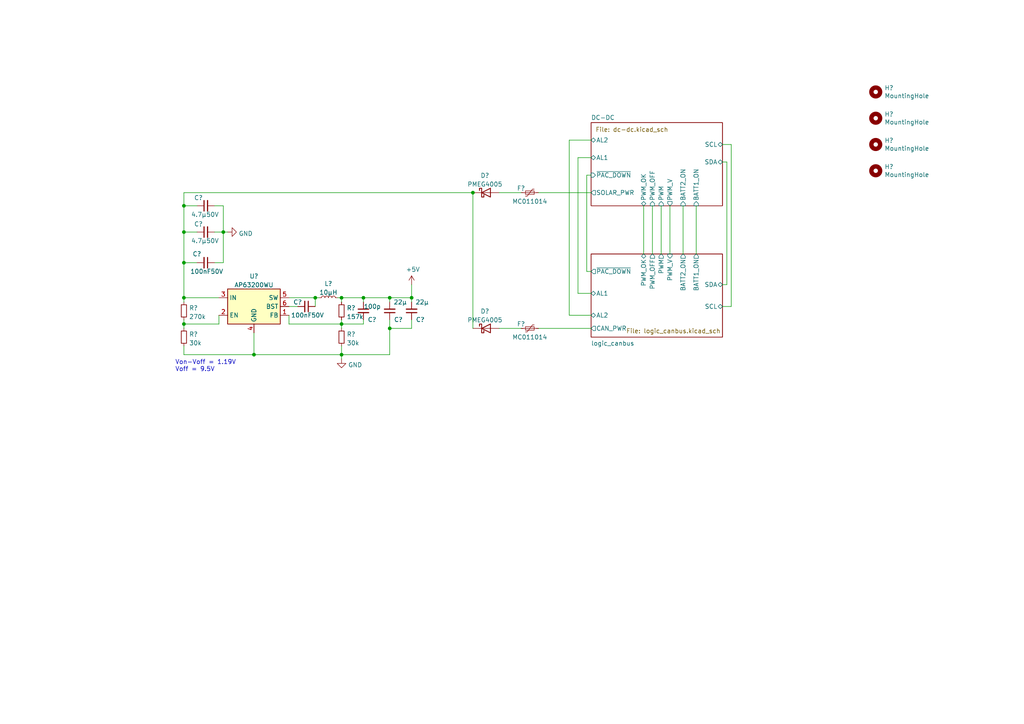
<source format=kicad_sch>
(kicad_sch (version 20211123) (generator eeschema)
  (paper "A4")
  (lib_symbols
    (symbol "Device:C_Small" (pin_numbers hide) (pin_names (offset 0.254) hide)
      (property "Reference" "C" (at 0.254 1.778 0))
      (property "Value" "C_Small" (at 0.254 -2.032 0))
      (symbol "C_Small_0_1"
        (polyline (pts (xy -1.524 -0.508) (xy 1.524 -0.508)) (stroke (width 0.3302)))
        (polyline (pts (xy -1.524 0.508) (xy 1.524 0.508)) (stroke (width 0.3048)))
      )
      (symbol "C_Small_1_1"
        (pin passive line (at 0 2.54 270) (length 2.032) (name "~") (number "1"))
        (pin passive line (at 0 -2.54 90) (length 2.032) (name "~") (number "2"))
      )
    )
    (symbol "Device:D_Schottky" (pin_numbers hide) (pin_names (offset 1.016) hide)
      (property "Reference" "D" (at 0 2.54 0))
      (property "Value" "D_Schottky" (at 0 -2.54 0))
      (symbol "D_Schottky_0_1"
        (polyline (pts (xy 1.27 0) (xy -1.27 0)))
        (polyline (pts (xy 1.27 1.27) (xy 1.27 -1.27) (xy -1.27 0) (xy 1.27 1.27)) (stroke (width 0.254)))
        (polyline (pts (xy -1.905 0.635) (xy -1.905 1.27) (xy -1.27 1.27) (xy -1.27 -1.27) (xy -0.635 -1.27) (xy -0.635 -0.635)) (stroke (width 0.254)))
      )
      (symbol "D_Schottky_1_1"
        (pin passive line (at -3.81 0 0) (length 2.54) (name "K") (number "1"))
        (pin passive line (at 3.81 0 180) (length 2.54) (name "A") (number "2"))
      )
    )
    (symbol "Device:L_Small" (pin_numbers hide) (pin_names (offset 0.254) hide)
      (property "Reference" "L" (at 0.762 1.016 0))
      (property "Value" "L_Small" (at 0.762 -1.016 0))
      (symbol "L_Small_0_1"
        (arc (start 0 -2.032) (mid 0.508 -1.524) (end 0 -1.016))
        (arc (start 0 -1.016) (mid 0.508 -0.508) (end 0 0))
        (arc (start 0 0) (mid 0.508 0.508) (end 0 1.016))
        (arc (start 0 1.016) (mid 0.508 1.524) (end 0 2.032))
      )
      (symbol "L_Small_1_1"
        (pin passive line (at 0 2.54 270) (length 0.508) (name "~") (number "1"))
        (pin passive line (at 0 -2.54 90) (length 0.508) (name "~") (number "2"))
      )
    )
    (symbol "Device:Polyfuse_Small" (pin_numbers hide) (pin_names (offset 0))
      (property "Reference" "F" (at -1.905 0 90))
      (property "Value" "Polyfuse_Small" (at 1.905 0 90))
      (symbol "Polyfuse_Small_0_1"
        (rectangle (start -0.508 1.27) (end 0.508 -1.27))
        (polyline (pts (xy 0 2.54) (xy 0 -2.54)))
        (polyline (pts (xy -1.016 1.27) (xy -1.016 0.762) (xy 1.016 -0.762) (xy 1.016 -1.27)))
      )
      (symbol "Polyfuse_Small_1_1"
        (pin passive line (at 0 2.54 270) (length 0.635) (name "~") (number "1"))
        (pin passive line (at 0 -2.54 90) (length 0.635) (name "~") (number "2"))
      )
    )
    (symbol "Device:R_Small" (pin_numbers hide) (pin_names (offset 0.254) hide)
      (property "Reference" "R" (at 0.762 0.508 0))
      (property "Value" "R_Small" (at 0.762 -1.016 0))
      (symbol "R_Small_0_1"
        (rectangle (start -0.762 1.778) (end 0.762 -1.778) (stroke (width 0.2032)))
      )
      (symbol "R_Small_1_1"
        (pin passive line (at 0 2.54 270) (length 0.762) (name "~") (number "1"))
        (pin passive line (at 0 -2.54 90) (length 0.762) (name "~") (number "2"))
      )
    )
    (symbol "Mechanical:MountingHole" (pin_names (offset 1.016))
      (property "Reference" "H" (at 0 5.08 0))
      (property "Value" "MountingHole" (at 0 3.175 0))
      (symbol "MountingHole_0_1"
        (circle (center 0 0) (radius 1.27) (stroke (width 1.27)))
      )
    )
    (symbol "Regulator_Switching:AP63200WU"
      (property "Reference" "U" (at -7.62 6.35 0))
      (property "Value" "AP63200WU" (at 2.54 6.35 0))
      (symbol "AP63200WU_0_1"
        (rectangle (start -7.62 5.08) (end 7.62 -5.08) (stroke (width 0.254)) (fill (type background)))
      )
      (symbol "AP63200WU_1_1"
        (pin input line (at 10.16 -2.54 180) (length 2.54) (name "FB") (number "1"))
        (pin input line (at -10.16 -2.54 0) (length 2.54) (name "EN") (number "2"))
        (pin power_in line (at -10.16 2.54 0) (length 2.54) (name "IN") (number "3"))
        (pin power_in line (at 0 -7.62 90) (length 2.54) (name "GND") (number "4"))
        (pin output line (at 10.16 2.54 180) (length 2.54) (name "SW") (number "5"))
        (pin passive line (at 10.16 0 180) (length 2.54) (name "BST") (number "6"))
      )
    )
    (symbol "power:+5V" (power) (pin_names (offset 0))
      (property "Value" "+5V" (at 0 3.556 0))
      (symbol "+5V_0_1"
        (polyline (pts (xy -0.762 1.27) (xy 0 2.54)))
        (polyline (pts (xy 0 0) (xy 0 2.54)))
        (polyline (pts (xy 0 2.54) (xy 0.762 1.27)))
      )
      (symbol "+5V_1_1"
        (pin power_in line (at 0 0 90) (length 0) hide (name "+5V") (number "1"))
      )
    )
    (symbol "power:GND" (power) (pin_names (offset 0))
      (property "Value" "GND" (at 0 -3.81 0))
      (symbol "GND_0_1"
        (polyline (pts (xy 0 0) (xy 0 -1.27) (xy 1.27 -1.27) (xy 0 -2.54) (xy -1.27 -1.27) (xy 0 -1.27)))
      )
      (symbol "GND_1_1"
        (pin power_in line (at 0 0 270) (length 0) hide (name "GND") (number "1"))
      )
    )
  )
  (junction (at 99.06 93.98))
  (junction (at 137.16 55.88))
  (junction (at 91.44 86.36))
  (junction (at 105.41 86.36))
  (junction (at 113.03 86.36))
  (junction (at 119.38 86.36))
  (junction (at 99.06 102.87))
  (junction (at 53.34 76.2))
  (junction (at 53.34 67.31))
  (junction (at 53.34 86.36))
  (junction (at 53.34 59.69))
  (junction (at 64.77 67.31))
  (junction (at 53.34 93.98))
  (junction (at 99.06 86.36))
  (junction (at 73.66 102.87))
  (junction (at 113.03 95.25))
  (wire (pts (xy 105.41 93.98) (xy 99.06 93.98)))
  (wire (pts (xy 64.77 67.31) (xy 64.77 76.2)))
  (wire (pts (xy 97.79 86.36) (xy 99.06 86.36)))
  (wire (pts (xy 64.77 67.31) (xy 66.04 67.31)))
  (wire (pts (xy 99.06 93.98) (xy 99.06 95.25)))
  (wire (pts (xy 170.18 78.74) (xy 171.45 78.74)))
  (wire (pts (xy 137.16 55.88) (xy 137.16 95.25)))
  (wire (pts (xy 99.06 93.98) (xy 99.06 92.71)))
  (wire (pts (xy 167.64 85.09) (xy 171.45 85.09)))
  (wire (pts (xy 201.93 59.69) (xy 201.93 73.66)))
  (wire (pts (xy 91.44 86.36) (xy 92.71 86.36)))
  (wire (pts (xy 62.23 59.69) (xy 64.77 59.69)))
  (wire (pts (xy 189.23 59.69) (xy 189.23 73.66)))
  (wire (pts (xy 63.5 93.98) (xy 53.34 93.98)))
  (wire (pts (xy 156.21 95.25) (xy 171.45 95.25)))
  (wire (pts (xy 83.82 93.98) (xy 99.06 93.98)))
  (wire (pts (xy 113.03 92.71) (xy 113.03 95.25)))
  (wire (pts (xy 99.06 102.87) (xy 73.66 102.87)))
  (wire (pts (xy 99.06 86.36) (xy 99.06 87.63)))
  (wire (pts (xy 144.78 95.25) (xy 151.13 95.25)))
  (wire (pts (xy 63.5 91.44) (xy 63.5 93.98)))
  (wire (pts (xy 53.34 102.87) (xy 73.66 102.87)))
  (wire (pts (xy 119.38 82.55) (xy 119.38 86.36)))
  (wire (pts (xy 113.03 95.25) (xy 113.03 102.87)))
  (wire (pts (xy 165.1 91.44) (xy 171.45 91.44)))
  (wire (pts (xy 170.18 50.8) (xy 171.45 50.8)))
  (wire (pts (xy 73.66 96.52) (xy 73.66 102.87)))
  (wire (pts (xy 113.03 86.36) (xy 119.38 86.36)))
  (wire (pts (xy 53.34 59.69) (xy 53.34 67.31)))
  (wire (pts (xy 191.77 59.69) (xy 191.77 73.66)))
  (wire (pts (xy 186.69 59.69) (xy 186.69 73.66)))
  (wire (pts (xy 119.38 86.36) (xy 119.38 87.63)))
  (wire (pts (xy 99.06 86.36) (xy 105.41 86.36)))
  (wire (pts (xy 53.34 86.36) (xy 53.34 87.63)))
  (wire (pts (xy 53.34 67.31) (xy 53.34 76.2)))
  (wire (pts (xy 53.34 76.2) (xy 57.15 76.2)))
  (wire (pts (xy 99.06 102.87) (xy 99.06 100.33)))
  (wire (pts (xy 137.16 55.88) (xy 53.34 55.88)))
  (wire (pts (xy 83.82 88.9) (xy 86.36 88.9)))
  (wire (pts (xy 194.31 59.69) (xy 194.31 73.66)))
  (wire (pts (xy 165.1 40.64) (xy 165.1 91.44)))
  (wire (pts (xy 210.82 46.99) (xy 209.55 46.99)))
  (wire (pts (xy 53.34 100.33) (xy 53.34 102.87)))
  (wire (pts (xy 113.03 102.87) (xy 99.06 102.87)))
  (wire (pts (xy 105.41 92.71) (xy 105.41 93.98)))
  (wire (pts (xy 53.34 92.71) (xy 53.34 93.98)))
  (wire (pts (xy 113.03 95.25) (xy 119.38 95.25)))
  (wire (pts (xy 113.03 86.36) (xy 113.03 87.63)))
  (wire (pts (xy 119.38 95.25) (xy 119.38 92.71)))
  (wire (pts (xy 91.44 86.36) (xy 91.44 88.9)))
  (wire (pts (xy 53.34 76.2) (xy 53.34 86.36)))
  (wire (pts (xy 105.41 86.36) (xy 113.03 86.36)))
  (wire (pts (xy 53.34 59.69) (xy 57.15 59.69)))
  (wire (pts (xy 167.64 45.72) (xy 167.64 85.09)))
  (wire (pts (xy 170.18 78.74) (xy 170.18 50.8)))
  (wire (pts (xy 83.82 91.44) (xy 83.82 93.98)))
  (wire (pts (xy 53.34 93.98) (xy 53.34 95.25)))
  (wire (pts (xy 83.82 86.36) (xy 91.44 86.36)))
  (wire (pts (xy 105.41 86.36) (xy 105.41 87.63)))
  (wire (pts (xy 212.09 88.9) (xy 209.55 88.9)))
  (wire (pts (xy 64.77 76.2) (xy 62.23 76.2)))
  (wire (pts (xy 53.34 67.31) (xy 57.15 67.31)))
  (wire (pts (xy 198.12 59.69) (xy 198.12 73.66)))
  (wire (pts (xy 53.34 86.36) (xy 63.5 86.36)))
  (wire (pts (xy 171.45 40.64) (xy 165.1 40.64)))
  (wire (pts (xy 171.45 45.72) (xy 167.64 45.72)))
  (wire (pts (xy 99.06 102.87) (xy 99.06 104.14)))
  (wire (pts (xy 62.23 67.31) (xy 64.77 67.31)))
  (wire (pts (xy 212.09 41.91) (xy 212.09 88.9)))
  (wire (pts (xy 144.78 55.88) (xy 151.13 55.88)))
  (wire (pts (xy 64.77 59.69) (xy 64.77 67.31)))
  (wire (pts (xy 209.55 41.91) (xy 212.09 41.91)))
  (wire (pts (xy 53.34 55.88) (xy 53.34 59.69)))
  (wire (pts (xy 156.21 55.88) (xy 171.45 55.88)))
  (wire (pts (xy 209.55 82.55) (xy 210.82 82.55)))
  (wire (pts (xy 210.82 82.55) (xy 210.82 46.99)))
  (text "Von-Voff = 1.19V\nVoff = 9.5V" (at 50.8 107.95 0) (effects (font (size 1.27 1.27)) (justify left bottom)))
  (symbol (lib_id "Mechanical:MountingHole") (at 254 26.67 0) (unit 1)
    (property "Reference" "H?" (at 256.54 25.5016 0) (effects (justify left)))
    (property "Value" "MountingHole" (at 256.54 27.813 0) (effects (justify left)))
    (property "Footprint" "MountingHole:MountingHole_3.2mm_M3_DIN965" (effects hide))
  )
  (symbol (lib_id "Mechanical:MountingHole") (at 254 34.29 0) (unit 1)
    (property "Reference" "H?" (at 256.54 33.1216 0) (effects (justify left)))
    (property "Value" "MountingHole" (at 256.54 35.433 0) (effects (justify left)))
    (property "Footprint" "MountingHole:MountingHole_3.2mm_M3_DIN965" (effects hide))
  )
  (symbol (lib_id "Mechanical:MountingHole") (at 254 41.91 0) (unit 1)
    (property "Reference" "H?" (at 256.54 40.7416 0) (effects (justify left)))
    (property "Value" "MountingHole" (at 256.54 43.053 0) (effects (justify left)))
    (property "Footprint" "MountingHole:MountingHole_3.2mm_M3_DIN965" (effects hide))
  )
  (symbol (lib_id "Mechanical:MountingHole") (at 254 49.53 0) (unit 1)
    (property "Reference" "H?" (at 256.54 48.3616 0) (effects (justify left)))
    (property "Value" "MountingHole" (at 256.54 50.673 0) (effects (justify left)))
    (property "Footprint" "MountingHole:MountingHole_3.2mm_M3_DIN965" (effects hide))
  )
  (symbol (lib_id "Device:Polyfuse_Small") (at 153.67 95.25 270) (unit 1)
    (property "Reference" "F?" (at 151.13 93.98 90))
    (property "Value" "MC011014" (at 153.67 97.79 90))
    (property "Footprint" "Fuse:Fuse_2920_7451Metric_Pad2.10x5.45mm_HandSolder" (effects hide))
    (property "P/N" "MC011014" (effects hide))
  )
  (symbol (lib_id "Device:D_Schottky") (at 140.97 55.88 0) (unit 1)
    (property "Reference" "D?" (at 140.6525 50.9102 0))
    (property "Value" "PMEG4005" (at 140.6525 53.4471 0))
    (property "Footprint" "Diode_SMD:D_SOD-123" (effects hide))
    (property "P/N" "PMEG4005EGWX" (effects hide))
  )
  (symbol (lib_id "Device:R_Small") (at 99.06 97.79 0) (unit 1)
    (property "Reference" "R?" (at 100.5586 96.9553 0) (effects (justify left)))
    (property "Value" "30k" (at 100.5586 99.4922 0) (effects (justify left)))
    (property "Footprint" "Resistor_SMD:R_0805_2012Metric_Pad1.20x1.40mm_HandSolder" (effects hide))
  )
  (symbol (lib_id "Device:C_Small") (at 59.69 67.31 90) (unit 1)
    (property "Reference" "C?" (at 58.8616 64.9859 90) (effects (justify left)))
    (property "Value" "4.7µ50V" (at 63.5 69.85 90) (effects (justify left)))
    (property "Footprint" "Capacitor_SMD:C_1206_3216Metric_Pad1.33x1.80mm_HandSolder" (effects hide))
    (property "P/N" "GRM31CR71H475KA12L" (effects hide))
  )
  (symbol (lib_id "Device:C_Small") (at 105.41 90.17 0) (unit 1)
    (property "Reference" "C?" (at 109.22 92.71 0) (effects (justify right)))
    (property "Value" "100p" (at 110.49 88.9 0) (effects (justify right)))
    (property "Footprint" "Capacitor_SMD:C_0805_2012Metric_Pad1.18x1.45mm_HandSolder" (effects hide))
  )
  (symbol (lib_id "Device:C_Small") (at 88.9 88.9 270) (unit 1)
    (property "Reference" "C?" (at 87.63 87.63 90) (effects (justify right)))
    (property "Value" "100nF50V" (at 93.98 91.44 90) (effects (justify right)))
    (property "Footprint" "Capacitor_SMD:C_0805_2012Metric_Pad1.18x1.45mm_HandSolder" (effects hide))
    (property "P/N" "CL21B104KBCNNWC" (effects hide))
  )
  (symbol (lib_id "power:+5V") (at 119.38 82.55 0) (unit 1)
    (property "Reference" "#PWR?" (effects hide))
    (property "Value" "+5V" (at 119.761 78.1558 0))
  )
  (symbol (lib_id "Device:D_Schottky") (at 140.97 95.25 0) (unit 1)
    (property "Reference" "D?" (at 140.6525 90.2802 0))
    (property "Value" "PMEG4005" (at 140.6525 92.8171 0))
    (property "Footprint" "Diode_SMD:D_SOD-123" (effects hide))
    (property "P/N" "PMEG4005EGWX" (effects hide))
  )
  (symbol (lib_id "Device:R_Small") (at 99.06 90.17 0) (unit 1)
    (property "Reference" "R?" (at 100.5586 89.3353 0) (effects (justify left)))
    (property "Value" "157k" (at 100.5586 91.8722 0) (effects (justify left)))
    (property "Footprint" "Resistor_SMD:R_0805_2012Metric_Pad1.20x1.40mm_HandSolder" (effects hide))
  )
  (symbol (lib_id "Regulator_Switching:AP63200WU") (at 73.66 88.9 0) (unit 1)
    (property "Reference" "U?" (at 73.66 80.1202 0))
    (property "Value" "AP63200WU" (at 73.66 82.6571 0))
    (property "Footprint" "Package_TO_SOT_SMD:TSOT-23-6" (effects hide))
    (property "Datasheet" "https://www.diodes.com/assets/Datasheets/AP63200-AP63201-AP63203-AP63205.pdf" (effects hide))
    (property "P/N" "AP63200WU" (effects hide))
  )
  (symbol (lib_id "Device:C_Small") (at 113.03 90.17 180) (unit 1)
    (property "Reference" "C?" (at 116.84 92.71 0) (effects (justify left)))
    (property "Value" "22µ" (at 118.11 87.63 0) (effects (justify left)))
    (property "Footprint" "Capacitor_SMD:C_1206_3216Metric_Pad1.33x1.80mm_HandSolder" (effects hide))
    (property "P/N" "CL31A226KAHNNN" (effects hide))
  )
  (symbol (lib_id "Device:L_Small") (at 95.25 86.36 90) (unit 1)
    (property "Reference" "L?" (at 95.25 82.2792 90))
    (property "Value" "10µH" (at 95.25 84.8161 90))
    (property "Footprint" "Inductor_SMD:L_12x12mm_H4.5mm" (effects hide))
    (property "P/N" "MP002847" (effects hide))
  )
  (symbol (lib_id "Device:C_Small") (at 119.38 90.17 180) (unit 1)
    (property "Reference" "C?" (at 123.19 92.71 0) (effects (justify left)))
    (property "Value" "22µ" (at 124.46 87.63 0) (effects (justify left)))
    (property "Footprint" "Capacitor_SMD:C_1206_3216Metric_Pad1.33x1.80mm_HandSolder" (effects hide))
    (property "P/N" "CL31A226KAHNNN" (effects hide))
  )
  (symbol (lib_id "Device:Polyfuse_Small") (at 153.67 55.88 270) (unit 1)
    (property "Reference" "F?" (at 151.13 54.61 90))
    (property "Value" "MC011014" (at 153.67 58.42 90))
    (property "Footprint" "Fuse:Fuse_2920_7451Metric_Pad2.10x5.45mm_HandSolder" (effects hide))
    (property "P/N" "MC011014" (effects hide))
  )
  (symbol (lib_id "power:GND") (at 66.04 67.31 90) (unit 1)
    (property "Reference" "#PWR?" (effects hide))
    (property "Value" "GND" (at 69.215 67.7438 90) (effects (justify right)))
  )
  (symbol (lib_id "Device:C_Small") (at 59.69 59.69 90) (unit 1)
    (property "Reference" "C?" (at 58.8616 57.3659 90) (effects (justify left)))
    (property "Value" "4.7µ50V" (at 63.5 62.23 90) (effects (justify left)))
    (property "Footprint" "Capacitor_SMD:C_1206_3216Metric_Pad1.33x1.80mm_HandSolder" (effects hide))
    (property "P/N" "GRM31CR71H475KA12L" (effects hide))
  )
  (symbol (lib_id "Device:R_Small") (at 53.34 97.79 0) (unit 1)
    (property "Reference" "R?" (at 54.8386 96.9553 0) (effects (justify left)))
    (property "Value" "30k" (at 54.8386 99.4922 0) (effects (justify left)))
    (property "Footprint" "Resistor_SMD:R_0805_2012Metric_Pad1.20x1.40mm_HandSolder" (effects hide))
  )
  (symbol (lib_id "power:GND") (at 99.06 104.14 0) (unit 1)
    (property "Reference" "#PWR?" (effects hide))
    (property "Value" "GND" (at 100.965 105.8438 0) (effects (justify left)))
  )
  (symbol (lib_id "Device:C_Small") (at 59.69 76.2 270) (unit 1)
    (property "Reference" "C?" (at 58.42 73.66 90) (effects (justify right)))
    (property "Value" "100nF50V" (at 64.77 78.74 90) (effects (justify right)))
    (property "Footprint" "Capacitor_SMD:C_0805_2012Metric_Pad1.18x1.45mm_HandSolder" (effects hide))
    (property "P/N" "CL21B104KBCNNWC" (effects hide))
  )
  (symbol (lib_id "Device:R_Small") (at 53.34 90.17 0) (unit 1)
    (property "Reference" "R?" (at 54.8386 89.3353 0) (effects (justify left)))
    (property "Value" "270k" (at 54.8386 91.8722 0) (effects (justify left)))
    (property "Footprint" "Resistor_SMD:R_0805_2012Metric_Pad1.20x1.40mm_HandSolder" (effects hide))
  )
  (sheet (at 171.45 35.56) (size 38.1 24.13) (stroke (width 0.1524))
    (property "Sheet name" "DC-DC" (at 171.45 34.8484 0) (effects (justify left bottom)))
    (property "Sheet file" "dc-dc.kicad_sch" (at 172.72 36.83 0) (effects (justify left top)))
    (pin "AL2" bidirectional (at 171.45 40.64 180))
    (pin "SCL" bidirectional (at 209.55 41.91 0))
    (pin "SDA" bidirectional (at 209.55 46.99 0))
    (pin "AL1" bidirectional (at 171.45 45.72 180))
    (pin "SOLAR_PWR" output (at 171.45 55.88 180))
    (pin "BATT1_ON" input (at 201.93 59.69 270))
    (pin "PWM_V" output (at 194.31 59.69 270))
    (pin "BATT2_ON" input (at 198.12 59.69 270))
    (pin "PWM" input (at 191.77 59.69 270))
    (pin "PWM_OFF" input (at 189.23 59.69 270))
    (pin "PWM_OK" bidirectional (at 186.69 59.69 270))
    (pin "~{PAC_DOWN}" input (at 171.45 50.8 180))
  )
  (sheet (at 171.45 73.66) (size 38.1 24.13) (stroke (width 0.1524))
    (property "Sheet name" "logic_canbus" (at 171.45 100.33 0) (effects (justify left bottom)))
    (property "Sheet file" "logic_canbus.kicad_sch" (at 181.61 95.25 0) (effects (justify left top)))
    (pin "AL1" bidirectional (at 171.45 85.09 180))
    (pin "AL2" bidirectional (at 171.45 91.44 180))
    (pin "SDA" bidirectional (at 209.55 82.55 0))
    (pin "~{PAC_DOWN}" output (at 171.45 78.74 180))
    (pin "SCL" bidirectional (at 209.55 88.9 0))
    (pin "CAN_PWR" output (at 171.45 95.25 180))
    (pin "BATT1_ON" output (at 201.93 73.66 90))
    (pin "BATT2_ON" output (at 198.12 73.66 90))
    (pin "PWM_OFF" output (at 189.23 73.66 90))
    (pin "PWM_OK" bidirectional (at 186.69 73.66 90))
    (pin "PWM_V" input (at 194.31 73.66 90))
    (pin "PWM" output (at 191.77 73.66 90))
  )
)
</source>
